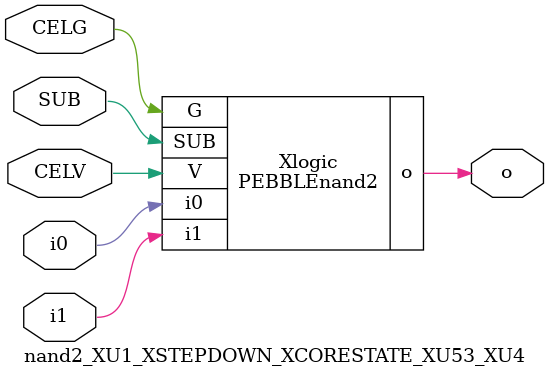
<source format=v>



module PEBBLEnand2 ( o, G, SUB, V, i0, i1 );

  input i0;
  input V;
  input i1;
  input G;
  output o;
  input SUB;
endmodule

//Celera Confidential Do Not Copy nand2_XU1_XSTEPDOWN_XCORESTATE_XU53_XU4
//Celera Confidential Symbol Generator
//5V NAND2
module nand2_XU1_XSTEPDOWN_XCORESTATE_XU53_XU4 (CELV,CELG,i0,i1,o,SUB);
input CELV;
input CELG;
input i0;
input i1;
input SUB;
output o;

//Celera Confidential Do Not Copy nand2
PEBBLEnand2 Xlogic(
.V (CELV),
.i0 (i0),
.i1 (i1),
.o (o),
.SUB (SUB),
.G (CELG)
);
//,diesize,PEBBLEnand2

//Celera Confidential Do Not Copy Module End
//Celera Schematic Generator
endmodule

</source>
